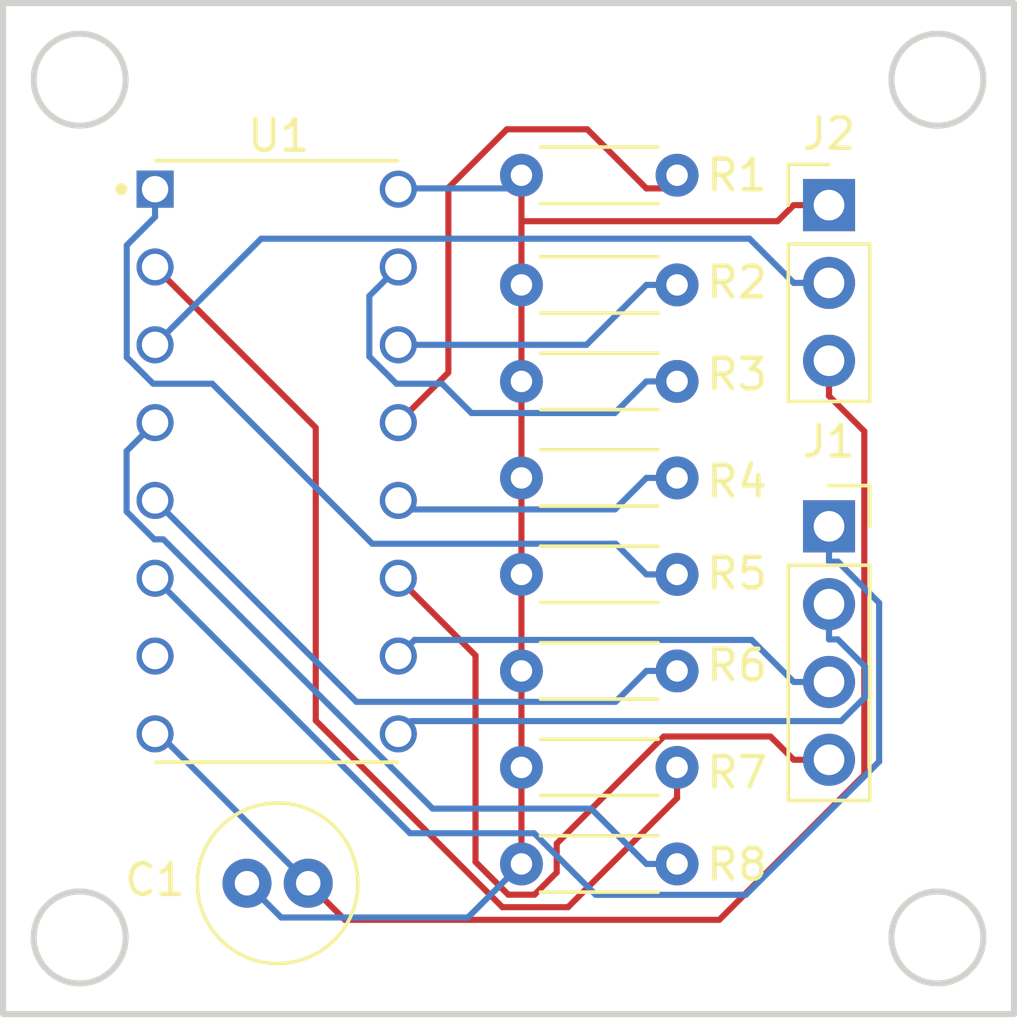
<source format=kicad_pcb>
(kicad_pcb (version 20240108) (generator "pcbnew") (generator_version "8.0")
  (layers (0 "F.Cu" signal) (31 "B.Cu" signal) (34 "B.Paste" user) (35 "F.Paste" user) (36 "B.SilkS" user "B.Silkscreen") (37 "F.SilkS" user "F.Silkscreen") (38 "B.Mask" user) (39 "F.Mask" user) (44 "Edge.Cuts" user))
  (net 0 "")
  (net 1 "GND")
  (net 2 "+5V")
  (net 3 "Net-(J1-Pin_4)")
  (net 4 "Net-(J1-Pin_3)")
  (net 5 "Net-(J1-Pin_2)")
  (net 6 "Net-(J1-Pin_1)")
  (net 7 "A0")
  (net 8 "Net-(U1-X0)")
  (net 9 "Net-(U1-X1)")
  (net 10 "Net-(U1-X2)")
  (net 11 "Net-(U1-X3)")
  (net 12 "Net-(U1-X4)")
  (net 13 "Net-(U1-X5)")
  (net 14 "Net-(U1-X6)")
  (net 15 "Net-(U1-X7)")
  (footprint "Resistor_THT:R_Axial_DIN0204_L3.6mm_D1.6mm_P5.08mm_Horizontal" (layer "F.Cu") (at 150.9217 104.3)
    (property "Reference" "R6" (at 7.04 -0.18 0) (layer "F.SilkS"))
    (property "Value" "RC0603JR-071KL")
    (fp_line (start 0.62 -0.92) (end 4.46 -0.92) (stroke (width 0.12)) (layer "F.SilkS"))
    (fp_line (start 0.62 0.92) (end 4.46 0.92) (stroke (width 0.12)) (layer "F.SilkS"))
    (pad "1" thru_hole circle (at 0 0) (size 1.4 1.4) (drill 0.7) (layers "*.Cu" "*.Mask") (net 2 "+5V"))
    (pad "2" thru_hole oval (at 5.08 0) (size 1.4 1.4) (drill 0.7) (layers "*.Cu" "*.Mask") (net 13 "Net-(U1-X5)"))
  )
  (footprint "Resistor_THT:R_Axial_DIN0204_L3.6mm_D1.6mm_P5.08mm_Horizontal" (layer "F.Cu") (at 150.9217 107.45)
    (property "Reference" "R7" (at 7.04 0.17 0) (layer "F.SilkS"))
    (property "Value" "RC0603JR-071KL")
    (fp_line (start 0.62 -0.92) (end 4.46 -0.92) (stroke (width 0.12)) (layer "F.SilkS"))
    (fp_line (start 0.62 0.92) (end 4.46 0.92) (stroke (width 0.12)) (layer "F.SilkS"))
    (pad "1" thru_hole circle (at 0 0) (size 1.4 1.4) (drill 0.7) (layers "*.Cu" "*.Mask") (net 2 "+5V"))
    (pad "2" thru_hole oval (at 5.08 0) (size 1.4 1.4) (drill 0.7) (layers "*.Cu" "*.Mask") (net 14 "Net-(U1-X6)"))
  )
  (footprint "Resistor_THT:R_Axial_DIN0204_L3.6mm_D1.6mm_P5.08mm_Horizontal" (layer "F.Cu") (at 150.9217 88.12)
    (property "Reference" "R1" (at 7.04 0 0) (layer "F.SilkS"))
    (property "Value" "RC0603JR-071KL")
    (fp_line (start 0.62 -0.92) (end 4.46 -0.92) (stroke (width 0.12)) (layer "F.SilkS"))
    (fp_line (start 0.62 0.92) (end 4.46 0.92) (stroke (width 0.12)) (layer "F.SilkS"))
    (pad "1" thru_hole circle (at 0 0) (size 1.4 1.4) (drill 0.7) (layers "*.Cu" "*.Mask") (net 2 "+5V"))
    (pad "2" thru_hole oval (at 5.08 0) (size 1.4 1.4) (drill 0.7) (layers "*.Cu" "*.Mask") (net 8 "Net-(U1-X0)"))
  )
  (footprint "Resistor_THT:R_Axial_DIN0204_L3.6mm_D1.6mm_P5.08mm_Horizontal" (layer "F.Cu") (at 150.9217 110.6)
    (property "Reference" "R8" (at 7.04 0.02 0) (layer "F.SilkS"))
    (property "Value" "RC0603JR-071KL")
    (fp_line (start 0.62 -0.92) (end 4.46 -0.92) (stroke (width 0.12)) (layer "F.SilkS"))
    (fp_line (start 0.62 0.92) (end 4.46 0.92) (stroke (width 0.12)) (layer "F.SilkS"))
    (pad "1" thru_hole circle (at 0 0) (size 1.4 1.4) (drill 0.7) (layers "*.Cu" "*.Mask") (net 2 "+5V"))
    (pad "2" thru_hole oval (at 5.08 0) (size 1.4 1.4) (drill 0.7) (layers "*.Cu" "*.Mask") (net 15 "Net-(U1-X7)"))
  )
  (footprint "Resistor_THT:R_Axial_DIN0204_L3.6mm_D1.6mm_P5.08mm_Horizontal" (layer "F.Cu") (at 150.9217 91.7)
    (property "Reference" "R2" (at 7.04 -0.08 0) (layer "F.SilkS"))
    (property "Value" "RC0603JR-071KL")
    (fp_line (start 0.62 -0.92) (end 4.46 -0.92) (stroke (width 0.12)) (layer "F.SilkS"))
    (fp_line (start 0.62 0.92) (end 4.46 0.92) (stroke (width 0.12)) (layer "F.SilkS"))
    (pad "1" thru_hole circle (at 0 0) (size 1.4 1.4) (drill 0.7) (layers "*.Cu" "*.Mask") (net 2 "+5V"))
    (pad "2" thru_hole oval (at 5.08 0) (size 1.4 1.4) (drill 0.7) (layers "*.Cu" "*.Mask") (net 9 "Net-(U1-X1)"))
  )
  (footprint "Resistor_THT:R_Axial_DIN0204_L3.6mm_D1.6mm_P5.08mm_Horizontal" (layer "F.Cu") (at 150.9217 98)
    (property "Reference" "R4" (at 7.04 0.12 0) (layer "F.SilkS"))
    (property "Value" "RC0603JR-071KL")
    (fp_line (start 0.62 -0.92) (end 4.46 -0.92) (stroke (width 0.12)) (layer "F.SilkS"))
    (fp_line (start 0.62 0.92) (end 4.46 0.92) (stroke (width 0.12)) (layer "F.SilkS"))
    (pad "1" thru_hole circle (at 0 0) (size 1.4 1.4) (drill 0.7) (layers "*.Cu" "*.Mask") (net 2 "+5V"))
    (pad "2" thru_hole oval (at 5.08 0) (size 1.4 1.4) (drill 0.7) (layers "*.Cu" "*.Mask") (net 11 "Net-(U1-X3)"))
  )
  (footprint "Connector_PinSocket_2.54mm:PinSocket_1x04_P2.54mm_Vertical" (layer "F.Cu") (at 160.9617 99.58)
    (property "Reference" "J1" (at 0 -2.77 0) (layer "F.SilkS"))
    (property "Value" "Conn_01x04")
    (fp_line (start -1.33 1.27) (end -1.33 8.95) (stroke (width 0.12)) (layer "F.SilkS"))
    (fp_line (start -1.33 1.27) (end 1.33 1.27) (stroke (width 0.12)) (layer "F.SilkS"))
    (fp_line (start -1.33 8.95) (end 1.33 8.95) (stroke (width 0.12)) (layer "F.SilkS"))
    (fp_line (start 0 -1.33) (end 1.33 -1.33) (stroke (width 0.12)) (layer "F.SilkS"))
    (fp_line (start 1.33 -1.33) (end 1.33 0) (stroke (width 0.12)) (layer "F.SilkS"))
    (fp_line (start 1.33 1.27) (end 1.33 8.95) (stroke (width 0.12)) (layer "F.SilkS"))
    (pad "1" thru_hole rect (at 0 0) (size 1.7 1.7) (drill 1) (layers "*.Cu" "*.Mask") (net 6 "Net-(J1-Pin_1)"))
    (pad "2" thru_hole oval (at 0 2.54) (size 1.7 1.7) (drill 1) (layers "*.Cu" "*.Mask") (net 5 "Net-(J1-Pin_2)"))
    (pad "3" thru_hole oval (at 0 5.08) (size 1.7 1.7) (drill 1) (layers "*.Cu" "*.Mask") (net 4 "Net-(J1-Pin_3)"))
    (pad "4" thru_hole oval (at 0 7.62) (size 1.7 1.7) (drill 1) (layers "*.Cu" "*.Mask") (net 3 "Net-(J1-Pin_4)"))
  )
  (footprint "Connector_PinHeader_2.54mm:PinHeader_1x03_P2.54mm_Vertical" (layer "F.Cu") (at 160.9617 89.095)
    (property "Reference" "J2" (at 0 -2.33 0) (layer "F.SilkS"))
    (property "Value" "Conn_01x03")
    (fp_line (start -1.33 -1.33) (end 0 -1.33) (stroke (width 0.12)) (layer "F.SilkS"))
    (fp_line (start -1.33 0) (end -1.33 -1.33) (stroke (width 0.12)) (layer "F.SilkS"))
    (fp_line (start -1.33 1.27) (end -1.33 6.41) (stroke (width 0.12)) (layer "F.SilkS"))
    (fp_line (start -1.33 1.27) (end 1.33 1.27) (stroke (width 0.12)) (layer "F.SilkS"))
    (fp_line (start -1.33 6.41) (end 1.33 6.41) (stroke (width 0.12)) (layer "F.SilkS"))
    (fp_line (start 1.33 1.27) (end 1.33 6.41) (stroke (width 0.12)) (layer "F.SilkS"))
    (pad "1" thru_hole rect (at 0 0) (size 1.7 1.7) (drill 1) (layers "*.Cu" "*.Mask") (net 2 "+5V"))
    (pad "2" thru_hole oval (at 0 2.54) (size 1.7 1.7) (drill 1) (layers "*.Cu" "*.Mask") (net 7 "A0"))
    (pad "3" thru_hole oval (at 0 5.08) (size 1.7 1.7) (drill 1) (layers "*.Cu" "*.Mask") (net 1 "GND"))
  )
  (footprint "Resistor_THT:R_Axial_DIN0204_L3.6mm_D1.6mm_P5.08mm_Horizontal" (layer "F.Cu") (at 150.9217 94.85)
    (property "Reference" "R3" (at 7.04 -0.23 0) (layer "F.SilkS"))
    (property "Value" "RC0603JR-071KL")
    (fp_line (start 0.62 -0.92) (end 4.46 -0.92) (stroke (width 0.12)) (layer "F.SilkS"))
    (fp_line (start 0.62 0.92) (end 4.46 0.92) (stroke (width 0.12)) (layer "F.SilkS"))
    (pad "1" thru_hole circle (at 0 0) (size 1.4 1.4) (drill 0.7) (layers "*.Cu" "*.Mask") (net 2 "+5V"))
    (pad "2" thru_hole oval (at 5.08 0) (size 1.4 1.4) (drill 0.7) (layers "*.Cu" "*.Mask") (net 10 "Net-(U1-X2)"))
  )
  (footprint "Capacitor_THT:C_Radial_D5.0mm_H11.0mm_P2.00mm" (layer "F.Cu") (at 141.9617 111.23)
    (property "Reference" "C1" (at -3 -0.11 0) (layer "F.SilkS"))
    (property "Value" "220uF")
    (fp_circle (center 1 0) (end 3.62 0) (stroke (width 0.12)) (fill none) (layer "F.SilkS"))
    (pad "1" thru_hole circle (at 0 0) (size 1.6 1.6) (drill 0.8) (layers "*.Cu" "*.Mask") (net 2 "+5V"))
    (pad "2" thru_hole circle (at 2 0) (size 1.6 1.6) (drill 0.8) (layers "*.Cu" "*.Mask") (net 1 "GND"))
  )
  (footprint "MAX4617CPE_:DIP794W47P254L1943H457Q16" (layer "F.Cu") (at 142.9317 97.465)
    (property "Reference" "U1" (at 0.0683 -10.635 0) (layer "F.SilkS"))
    (property "Value" "MAX4617CPE_")
    (fp_line (start -3.935 -9.817) (end 3.935 -9.817) (stroke (width 0.127)) (layer "F.SilkS"))
    (fp_line (start -3.935 9.817) (end 3.935 9.817) (stroke (width 0.127)) (layer "F.SilkS"))
    (fp_circle (center -5.075 -8.89) (end -4.975 -8.89) (stroke (width 0.2)) (fill none) (layer "F.SilkS"))
    (pad "1" thru_hole rect (at -3.97 -8.89) (size 1.21 1.21) (drill 0.86) (layers "*.Cu" "*.Mask") (net 12 "Net-(U1-X4)"))
    (pad "2" thru_hole circle (at -3.97 -6.35) (size 1.21 1.21) (drill 0.86) (layers "*.Cu" "*.Mask") (net 14 "Net-(U1-X6)"))
    (pad "3" thru_hole circle (at -3.97 -3.81) (size 1.21 1.21) (drill 0.86) (layers "*.Cu" "*.Mask") (net 7 "A0"))
    (pad "4" thru_hole circle (at -3.97 -1.27) (size 1.21 1.21) (drill 0.86) (layers "*.Cu" "*.Mask") (net 15 "Net-(U1-X7)"))
    (pad "5" thru_hole circle (at -3.97 1.27) (size 1.21 1.21) (drill 0.86) (layers "*.Cu" "*.Mask") (net 13 "Net-(U1-X5)"))
    (pad "6" thru_hole circle (at -3.97 3.81) (size 1.21 1.21) (drill 0.86) (layers "*.Cu" "*.Mask") (net 6 "Net-(J1-Pin_1)"))
    (pad "7" thru_hole circle (at -3.97 6.35) (size 1.21 1.21) (drill 0.86) (layers "*.Cu" "*.Mask"))
    (pad "8" thru_hole circle (at -3.97 8.89) (size 1.21 1.21) (drill 0.86) (layers "*.Cu" "*.Mask") (net 1 "GND"))
    (pad "9" thru_hole circle (at 3.97 8.89) (size 1.21 1.21) (drill 0.86) (layers "*.Cu" "*.Mask") (net 5 "Net-(J1-Pin_2)"))
    (pad "10" thru_hole circle (at 3.97 6.35) (size 1.21 1.21) (drill 0.86) (layers "*.Cu" "*.Mask") (net 4 "Net-(J1-Pin_3)"))
    (pad "11" thru_hole circle (at 3.97 3.81) (size 1.21 1.21) (drill 0.86) (layers "*.Cu" "*.Mask") (net 3 "Net-(J1-Pin_4)"))
    (pad "12" thru_hole circle (at 3.97 1.27) (size 1.21 1.21) (drill 0.86) (layers "*.Cu" "*.Mask") (net 11 "Net-(U1-X3)"))
    (pad "13" thru_hole circle (at 3.97 -1.27) (size 1.21 1.21) (drill 0.86) (layers "*.Cu" "*.Mask") (net 8 "Net-(U1-X0)"))
    (pad "14" thru_hole circle (at 3.97 -3.81) (size 1.21 1.21) (drill 0.86) (layers "*.Cu" "*.Mask") (net 9 "Net-(U1-X1)"))
    (pad "15" thru_hole circle (at 3.97 -6.35) (size 1.21 1.21) (drill 0.86) (layers "*.Cu" "*.Mask") (net 10 "Net-(U1-X2)"))
    (pad "16" thru_hole circle (at 3.97 -8.89) (size 1.21 1.21) (drill 0.86) (layers "*.Cu" "*.Mask") (net 2 "+5V"))
  )
  (footprint "Resistor_THT:R_Axial_DIN0204_L3.6mm_D1.6mm_P5.08mm_Horizontal" (layer "F.Cu") (at 150.9217 101.15)
    (property "Reference" "R5" (at 7.04 -0.03 0) (layer "F.SilkS"))
    (property "Value" "RC0603JR-071KL")
    (fp_line (start 0.62 -0.92) (end 4.46 -0.92) (stroke (width 0.12)) (layer "F.SilkS"))
    (fp_line (start 0.62 0.92) (end 4.46 0.92) (stroke (width 0.12)) (layer "F.SilkS"))
    (pad "1" thru_hole circle (at 0 0) (size 1.4 1.4) (drill 0.7) (layers "*.Cu" "*.Mask") (net 2 "+5V"))
    (pad "2" thru_hole oval (at 5.08 0) (size 1.4 1.4) (drill 0.7) (layers "*.Cu" "*.Mask") (net 12 "Net-(U1-X4)"))
  )
  (gr_rect (start 134 82.5) (end 167 115.5) (stroke (width 0.2)) (fill none) (layer "Edge.Cuts"))
  (gr_circle (center 164.5 113) (end 166 113) (stroke (width 0.2)) (fill none) (layer "Edge.Cuts"))
  (gr_circle (center 164.5 85) (end 166 85) (stroke (width 0.2)) (fill none) (layer "Edge.Cuts"))
  (gr_circle (center 136.5 85) (end 138 85) (stroke (width 0.2)) (fill none) (layer "Edge.Cuts"))
  (gr_circle (center 136.5 113) (end 138 113) (stroke (width 0.2)) (fill none) (layer "Edge.Cuts"))
  (segment (start 162.1134 107.69) (end 162.1134 96.4784) (width 0.2) (layer "F.Cu") (net 1))
  (segment (start 162.1134 96.4784) (end 160.9617 95.3267) (width 0.2) (layer "F.Cu") (net 1))
  (segment (start 145.1558 112.4241) (end 157.3793 112.4241) (width 0.2) (layer "F.Cu") (net 1))
  (segment (start 143.9617 111.23) (end 145.1558 112.4241) (width 0.2) (layer "F.Cu") (net 1))
  (segment (start 160.9617 94.175) (end 160.9617 95.3267) (width 0.2) (layer "F.Cu") (net 1))
  (segment (start 157.3793 112.4241) (end 162.1134 107.69) (width 0.2) (layer "F.Cu") (net 1))
  (segment (start 139.0867 106.355) (end 138.9617 106.355) (width 0.2) (layer "B.Cu") (net 1))
  (segment (start 143.9617 111.23) (end 139.0867 106.355) (width 0.2) (layer "B.Cu") (net 1))
  (segment (start 150.9217 101.15) (end 150.9217 104.3) (width 0.2) (layer "F.Cu") (net 2))
  (segment (start 150.9217 94.85) (end 150.9217 91.7) (width 0.2) (layer "F.Cu") (net 2))
  (segment (start 150.9217 89.61) (end 150.9317 89.62) (width 0.2) (layer "F.Cu") (net 2))
  (segment (start 159.81 89.095) (end 160.9617 89.095) (width 0.2) (layer "F.Cu") (net 2))
  (segment (start 150.9217 98) (end 150.9217 94.85) (width 0.2) (layer "F.Cu") (net 2))
  (segment (start 150.9217 110.6) (end 150.9217 107.45) (width 0.2) (layer "F.Cu") (net 2))
  (segment (start 150.9217 98) (end 150.9217 101.15) (width 0.2) (layer "F.Cu") (net 2))
  (segment (start 150.9317 89.62) (end 159.285 89.62) (width 0.2) (layer "F.Cu") (net 2))
  (segment (start 150.9217 107.45) (end 150.9217 104.3) (width 0.2) (layer "F.Cu") (net 2))
  (segment (start 150.9217 89.61) (end 150.9217 91.7) (width 0.2) (layer "F.Cu") (net 2))
  (segment (start 150.9217 88.12) (end 150.9217 89.61) (width 0.2) (layer "F.Cu") (net 2))
  (segment (start 159.285 89.62) (end 159.81 89.095) (width 0.2) (layer "F.Cu") (net 2))
  (segment (start 150.4917 88.55) (end 146.9267 88.55) (width 0.2) (layer "B.Cu") (net 2))
  (segment (start 146.9267 88.55) (end 146.9017 88.575) (width 0.2) (layer "B.Cu") (net 2))
  (segment (start 141.9617 111.23) (end 143.0796 112.3479) (width 0.2) (layer "B.Cu") (net 2))
  (segment (start 143.0796 112.3479) (end 149.1738 112.3479) (width 0.2) (layer "B.Cu") (net 2))
  (segment (start 150.9217 88.12) (end 150.4917 88.55) (width 0.2) (layer "B.Cu") (net 2))
  (segment (start 149.1738 112.3479) (end 150.9217 110.6) (width 0.2) (layer "B.Cu") (net 2))
  (segment (start 159.81 107.2) (end 159.0506 106.4406) (width 0.2) (layer "F.Cu") (net 3))
  (segment (start 149.4222 103.7955) (end 146.9017 101.275) (width 0.2) (layer "F.Cu") (net 3))
  (segment (start 152.0719 109.9359) (end 152.0719 110.8789) (width 0.2) (layer "F.Cu") (net 3))
  (segment (start 149.4222 110.5339) (end 149.4222 103.7955) (width 0.2) (layer "F.Cu") (net 3))
  (segment (start 151.3479 111.6029) (end 150.4912 111.6029) (width 0.2) (layer "F.Cu") (net 3))
  (segment (start 159.0506 106.4406) (end 155.5672 106.4406) (width 0.2) (layer "F.Cu") (net 3))
  (segment (start 152.0719 110.8789) (end 151.3479 111.6029) (width 0.2) (layer "F.Cu") (net 3))
  (segment (start 160.9617 107.2) (end 159.81 107.2) (width 0.2) (layer "F.Cu") (net 3))
  (segment (start 150.4912 111.6029) (end 149.4222 110.5339) (width 0.2) (layer "F.Cu") (net 3))
  (segment (start 155.5672 106.4406) (end 152.0719 109.9359) (width 0.2) (layer "F.Cu") (net 3))
  (segment (start 147.4283 103.2884) (end 146.9017 103.815) (width 0.2) (layer "B.Cu") (net 4))
  (segment (start 160.9617 104.66) (end 159.81 104.66) (width 0.2) (layer "B.Cu") (net 4))
  (segment (start 159.81 104.66) (end 158.4384 103.2884) (width 0.2) (layer "B.Cu") (net 4))
  (segment (start 158.4384 103.2884) (end 147.4283 103.2884) (width 0.2) (layer "B.Cu") (net 4))
  (segment (start 160.9617 103.2717) (end 161.2496 103.2717) (width 0.2) (layer "B.Cu") (net 5))
  (segment (start 147.3194 105.9373) (end 146.9017 106.355) (width 0.2) (layer "B.Cu") (net 5))
  (segment (start 162.1544 104.1765) (end 162.1544 105.1382) (width 0.2) (layer "B.Cu") (net 5))
  (segment (start 162.1544 105.1382) (end 161.3553 105.9373) (width 0.2) (layer "B.Cu") (net 5))
  (segment (start 161.3553 105.9373) (end 147.3194 105.9373) (width 0.2) (layer "B.Cu") (net 5))
  (segment (start 160.9617 102.12) (end 160.9617 103.2717) (width 0.2) (layer "B.Cu") (net 5))
  (segment (start 161.2496 103.2717) (end 162.1544 104.1765) (width 0.2) (layer "B.Cu") (net 5))
  (segment (start 151.3367 109.5983) (end 147.285 109.5983) (width 0.2) (layer "B.Cu") (net 6))
  (segment (start 153.3454 111.607) (end 151.3367 109.5983) (width 0.2) (layer "B.Cu") (net 6))
  (segment (start 160.9617 99.58) (end 160.9617 100.7317) (width 0.2) (layer "B.Cu") (net 6))
  (segment (start 158.2501 111.607) (end 153.3454 111.607) (width 0.2) (layer "B.Cu") (net 6))
  (segment (start 162.5971 107.26) (end 158.2501 111.607) (width 0.2) (layer "B.Cu") (net 6))
  (segment (start 161.2496 100.7317) (end 162.5971 102.0792) (width 0.2) (layer "B.Cu") (net 6))
  (segment (start 160.9617 100.7317) (end 161.2496 100.7317) (width 0.2) (layer "B.Cu") (net 6))
  (segment (start 162.5971 102.0792) (end 162.5971 107.26) (width 0.2) (layer "B.Cu") (net 6))
  (segment (start 147.285 109.5983) (end 138.9617 101.275) (width 0.2) (layer "B.Cu") (net 6))
  (segment (start 142.4255 90.1912) (end 138.9617 93.655) (width 0.2) (layer "B.Cu") (net 7))
  (segment (start 159.81 91.635) (end 158.3662 90.1912) (width 0.2) (layer "B.Cu") (net 7))
  (segment (start 160.9617 91.635) (end 159.81 91.635) (width 0.2) (layer "B.Cu") (net 7))
  (segment (start 158.3662 90.1912) (end 142.4255 90.1912) (width 0.2) (layer "B.Cu") (net 7))
  (segment (start 156.0017 88.55) (end 155 88.55) (width 0.2) (layer "F.Cu") (net 8))
  (segment (start 150.44615 86.62) (end 148.5365 88.52965) (width 0.2) (layer "F.Cu") (net 8))
  (segment (start 148.5365 88.52965) (end 148.5365 94.5602) (width 0.2) (layer "F.Cu") (net 8))
  (segment (start 153.07 86.62) (end 150.44615 86.62) (width 0.2) (layer "F.Cu") (net 8))
  (segment (start 155 88.55) (end 153.07 86.62) (width 0.2) (layer "F.Cu") (net 8))
  (segment (start 148.5365 94.5602) (end 146.9017 96.195) (width 0.2) (layer "F.Cu") (net 8))
  (segment (start 156.0017 91.7) (end 155 91.7) (width 0.2) (layer "B.Cu") (net 9))
  (segment (start 153.045 93.655) (end 146.9017 93.655) (width 0.2) (layer "B.Cu") (net 9))
  (segment (start 155 91.7) (end 153.045 93.655) (width 0.2) (layer "B.Cu") (net 9))
  (segment (start 145.956 94.039) (end 145.956 92.0607) (width 0.2) (layer "B.Cu") (net 10))
  (segment (start 146.842 94.925) (end 145.956 94.039) (width 0.2) (layer "B.Cu") (net 10))
  (segment (start 153.9677 95.8823) (end 149.2888 95.8823) (width 0.2) (layer "B.Cu") (net 10))
  (segment (start 156.0017 94.85) (end 155 94.85) (width 0.2) (layer "B.Cu") (net 10))
  (segment (start 155 94.85) (end 153.9677 95.8823) (width 0.2) (layer "B.Cu") (net 10))
  (segment (start 148.3315 94.925) (end 146.842 94.925) (width 0.2) (layer "B.Cu") (net 10))
  (segment (start 145.956 92.0607) (end 146.9017 91.115) (width 0.2) (layer "B.Cu") (net 10))
  (segment (start 149.2888 95.8823) (end 148.3315 94.925) (width 0.2) (layer "B.Cu") (net 10))
  (segment (start 153.9722 99.0278) (end 147.1945 99.0278) (width 0.2) (layer "B.Cu") (net 11))
  (segment (start 156.0017 98) (end 155 98) (width 0.2) (layer "B.Cu") (net 11))
  (segment (start 147.1945 99.0278) (end 146.9017 98.735) (width 0.2) (layer "B.Cu") (net 11))
  (segment (start 155 98) (end 153.9722 99.0278) (width 0.2) (layer "B.Cu") (net 11))
  (segment (start 138.0367 90.4067) (end 138.9617 89.4817) (width 0.2) (layer "B.Cu") (net 12))
  (segment (start 153.9983 100.1483) (end 146.0513 100.1483) (width 0.2) (layer "B.Cu") (net 12))
  (segment (start 138.9617 88.575) (end 138.9617 89.4817) (width 0.2) (layer "B.Cu") (net 12))
  (segment (start 140.828 94.925) (end 138.8977 94.925) (width 0.2) (layer "B.Cu") (net 12))
  (segment (start 155 101.15) (end 153.9983 100.1483) (width 0.2) (layer "B.Cu") (net 12))
  (segment (start 138.8977 94.925) (end 138.0367 94.064) (width 0.2) (layer "B.Cu") (net 12))
  (segment (start 146.0513 100.1483) (end 140.828 94.925) (width 0.2) (layer "B.Cu") (net 12))
  (segment (start 138.0367 94.064) (end 138.0367 90.4067) (width 0.2) (layer "B.Cu") (net 12))
  (segment (start 156.0017 101.15) (end 155 101.15) (width 0.2) (layer "B.Cu") (net 12))
  (segment (start 138.9617 98.735) (end 145.5345 105.3078) (width 0.2) (layer "B.Cu") (net 13))
  (segment (start 145.5345 105.3078) (end 153.9922 105.3078) (width 0.2) (layer "B.Cu") (net 13))
  (segment (start 153.9922 105.3078) (end 155 104.3) (width 0.2) (layer "B.Cu") (net 13))
  (segment (start 156.0017 104.3) (end 155 104.3) (width 0.2) (layer "B.Cu") (net 13))
  (segment (start 150.2997 112.0121) (end 144.207 105.9194) (width 0.2) (layer "F.Cu") (net 14))
  (segment (start 156.0017 108.4517) (end 152.4413 112.0121) (width 0.2) (layer "F.Cu") (net 14))
  (segment (start 156.0017 107.45) (end 156.0017 108.4517) (width 0.2) (layer "F.Cu") (net 14))
  (segment (start 152.4413 112.0121) (end 150.2997 112.0121) (width 0.2) (layer "F.Cu") (net 14))
  (segment (start 144.207 105.9194) (end 144.207 96.3603) (width 0.2) (layer "F.Cu") (net 14))
  (segment (start 144.207 96.3603) (end 138.9617 91.115) (width 0.2) (layer "F.Cu") (net 14))
  (segment (start 138.9383 100.005) (end 138.0319 99.0986) (width 0.2) (layer "B.Cu") (net 15))
  (segment (start 153.1949 108.7949) (end 148.0221 108.7949) (width 0.2) (layer "B.Cu") (net 15))
  (segment (start 138.0319 97.1248) (end 138.9617 96.195) (width 0.2) (layer "B.Cu") (net 15))
  (segment (start 148.0221 108.7949) (end 139.2322 100.005) (width 0.2) (layer "B.Cu") (net 15))
  (segment (start 138.0319 99.0986) (end 138.0319 97.1248) (width 0.2) (layer "B.Cu") (net 15))
  (segment (start 156.0017 110.6) (end 155 110.6) (width 0.2) (layer "B.Cu") (net 15))
  (segment (start 155 110.6) (end 153.1949 108.7949) (width 0.2) (layer "B.Cu") (net 15))
  (segment (start 139.2322 100.005) (end 138.9383 100.005) (width 0.2) (layer "B.Cu") (net 15))
)
</source>
